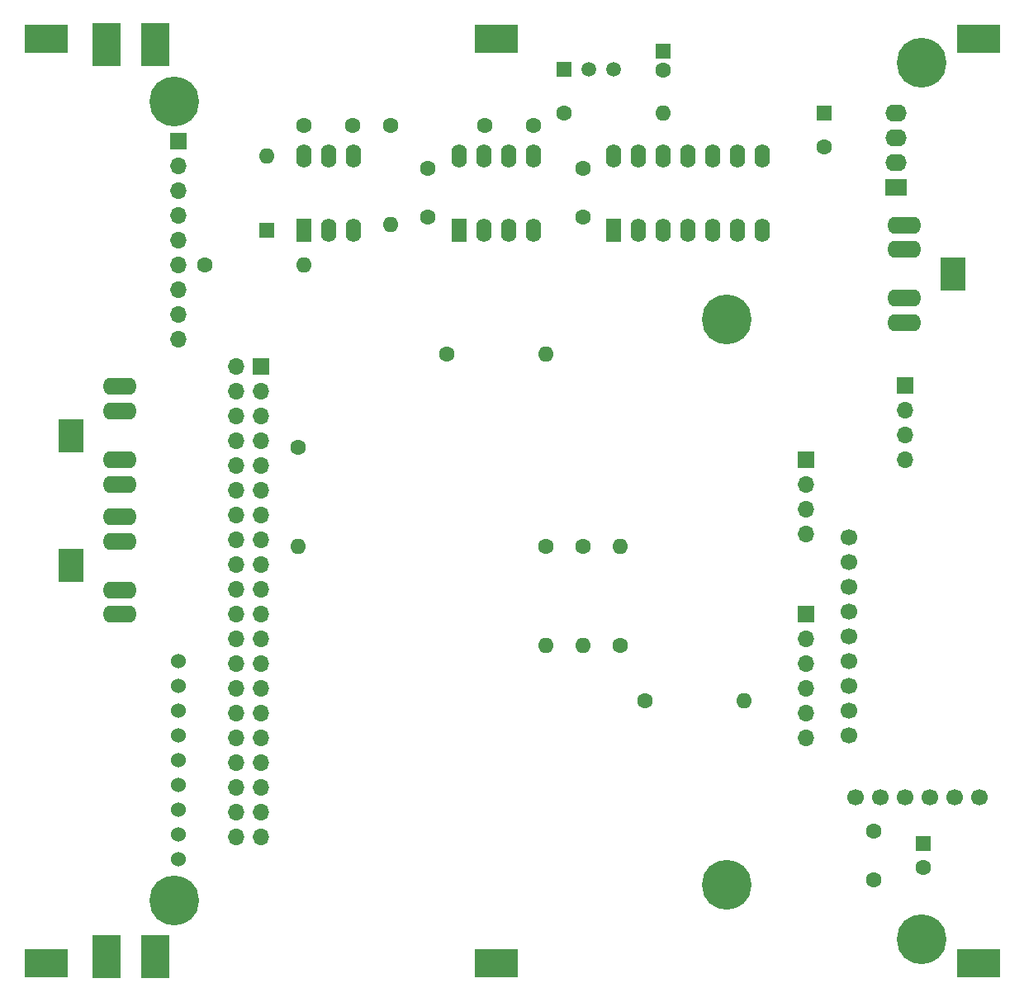
<source format=gbs>
G04 #@! TF.GenerationSoftware,KiCad,Pcbnew,(5.1.8)-1*
G04 #@! TF.CreationDate,2023-02-02T03:17:37+01:00*
G04 #@! TF.ProjectId,BulkyMIDI-32 Internal,42756c6b-794d-4494-9449-2d333220496e,rev?*
G04 #@! TF.SameCoordinates,Original*
G04 #@! TF.FileFunction,Soldermask,Bot*
G04 #@! TF.FilePolarity,Negative*
%FSLAX46Y46*%
G04 Gerber Fmt 4.6, Leading zero omitted, Abs format (unit mm)*
G04 Created by KiCad (PCBNEW (5.1.8)-1) date 2023-02-02 03:17:37*
%MOMM*%
%LPD*%
G01*
G04 APERTURE LIST*
%ADD10O,1.600000X1.600000*%
%ADD11C,1.600000*%
%ADD12O,1.700000X1.700000*%
%ADD13R,1.700000X1.700000*%
%ADD14C,5.100000*%
%ADD15C,1.700000*%
%ADD16C,1.524000*%
%ADD17R,2.200000X1.740000*%
%ADD18O,2.200000X1.740000*%
%ADD19R,1.600000X1.600000*%
%ADD20R,3.000000X4.400000*%
%ADD21R,4.400000X3.000000*%
%ADD22R,2.500000X3.500000*%
%ADD23O,3.500000X1.750000*%
%ADD24C,1.500000*%
%ADD25R,1.500000X1.500000*%
%ADD26R,1.600000X2.400000*%
%ADD27O,1.600000X2.400000*%
G04 APERTURE END LIST*
D10*
X155060000Y-86019000D03*
D11*
X144900000Y-86019000D03*
D10*
X167125000Y-61254000D03*
D11*
X156965000Y-61254000D03*
D10*
X158870000Y-115864000D03*
D11*
X158870000Y-105704000D03*
D12*
X123310000Y-92369000D03*
X125850000Y-89829000D03*
X125850000Y-105069000D03*
X123310000Y-105069000D03*
X123310000Y-89829000D03*
X125850000Y-92369000D03*
X123310000Y-87289000D03*
D13*
X125850000Y-87289000D03*
D12*
X125850000Y-115229000D03*
X123310000Y-115229000D03*
X125850000Y-99989000D03*
X123310000Y-99989000D03*
X125850000Y-120309000D03*
X123310000Y-120309000D03*
X125850000Y-102529000D03*
X123310000Y-102529000D03*
X125850000Y-97449000D03*
X123310000Y-97449000D03*
X125850000Y-110149000D03*
X123310000Y-110149000D03*
X125850000Y-133009000D03*
X123310000Y-133009000D03*
X125850000Y-127929000D03*
X123310000Y-127929000D03*
X125850000Y-130469000D03*
X123310000Y-130469000D03*
X125850000Y-107609000D03*
X123310000Y-107609000D03*
X125850000Y-125389000D03*
X123310000Y-125389000D03*
X125850000Y-94909000D03*
X123310000Y-94909000D03*
X125850000Y-122849000D03*
X123310000Y-122849000D03*
X125850000Y-112689000D03*
X123310000Y-112689000D03*
X125850000Y-117769000D03*
X123310000Y-117769000D03*
X125850000Y-135549000D03*
X123310000Y-135549000D03*
D14*
X173580000Y-140419000D03*
X173580000Y-82419000D03*
D10*
X162680000Y-105704000D03*
D11*
X162680000Y-115864000D03*
D10*
X175380000Y-121579000D03*
D11*
X165220000Y-121579000D03*
D10*
X139185000Y-72684000D03*
D11*
X139185000Y-62524000D03*
D10*
X130295000Y-76865000D03*
D11*
X120135000Y-76865000D03*
D10*
X129660000Y-105704000D03*
D11*
X129660000Y-95544000D03*
D10*
X155060000Y-115864000D03*
D11*
X155060000Y-105704000D03*
D15*
X199510000Y-131439000D03*
X196970000Y-131439000D03*
X194430000Y-131439000D03*
X191890000Y-131439000D03*
X189350000Y-131439000D03*
X186810000Y-131439000D03*
X186175000Y-104769000D03*
X186175000Y-107309000D03*
X186175000Y-109849000D03*
X186175000Y-112389000D03*
X186175000Y-114929000D03*
X186175000Y-117469000D03*
X186175000Y-120009000D03*
X186175000Y-122549000D03*
X186175000Y-125089000D03*
D16*
X117391800Y-137825000D03*
X117391800Y-135285000D03*
X117391800Y-132745000D03*
X117391800Y-130205000D03*
X117391800Y-127665000D03*
X117391800Y-125125000D03*
X117391800Y-122585000D03*
X117391800Y-120045000D03*
X117391800Y-117505000D03*
D12*
X117391800Y-84485000D03*
X117391800Y-81945000D03*
X117391800Y-79405000D03*
X117391800Y-76865000D03*
X117391800Y-74325000D03*
D13*
X117391800Y-64165000D03*
D12*
X117391800Y-66705000D03*
X117391800Y-69245000D03*
X117391800Y-71785000D03*
D14*
X116960000Y-60100000D03*
X116960000Y-142000000D03*
X193600000Y-146000000D03*
X193600000Y-56100000D03*
D17*
X191001000Y-68874000D03*
D18*
X191001000Y-66334000D03*
X191001000Y-63794000D03*
X191001000Y-61254000D03*
D11*
X130295000Y-62524000D03*
X135295000Y-62524000D03*
X188715000Y-134914000D03*
X188715000Y-139914000D03*
D19*
X193795000Y-136184000D03*
D11*
X193795000Y-138684000D03*
D19*
X183635000Y-61254000D03*
D11*
X183635000Y-64754000D03*
D19*
X126485000Y-73319000D03*
D10*
X126485000Y-65699000D03*
D12*
X191890000Y-96814000D03*
X191890000Y-94274000D03*
X191890000Y-91734000D03*
D13*
X191890000Y-89194000D03*
D20*
X110000400Y-54284400D03*
D21*
X150000000Y-53624000D03*
D20*
X115004200Y-147807200D03*
X110000400Y-147807200D03*
D21*
X103802800Y-148493000D03*
D20*
X115004200Y-54284400D03*
D21*
X199408400Y-53624000D03*
X199408400Y-148493000D03*
X150000000Y-148493000D03*
X103802800Y-53624000D03*
D13*
X181730000Y-112689000D03*
D12*
X181730000Y-115229000D03*
X181730000Y-117769000D03*
X181730000Y-120309000D03*
X181730000Y-122849000D03*
X181730000Y-125389000D03*
D22*
X106353001Y-94335000D03*
D23*
X111359001Y-89335000D03*
X111359001Y-99335000D03*
X111359001Y-91835000D03*
X111359001Y-96835000D03*
X191840999Y-75264000D03*
X191840999Y-80264000D03*
X191840999Y-72764000D03*
X191840999Y-82764000D03*
D22*
X196846999Y-77764000D03*
X106353001Y-107675000D03*
D23*
X111359001Y-102675000D03*
X111359001Y-112675000D03*
X111359001Y-105175000D03*
X111359001Y-110175000D03*
D11*
X158870000Y-66969000D03*
X158870000Y-71969000D03*
D13*
X181730000Y-96814000D03*
D12*
X181730000Y-99354000D03*
X181730000Y-101894000D03*
X181730000Y-104434000D03*
D19*
X167125000Y-54904000D03*
D11*
X167125000Y-56904000D03*
X148790000Y-62524000D03*
X153790000Y-62524000D03*
X142995000Y-71969000D03*
X142995000Y-66969000D03*
D24*
X159505000Y-56809000D03*
X162045000Y-56809000D03*
D25*
X156965000Y-56809000D03*
D26*
X146170000Y-73319000D03*
D27*
X153790000Y-65699000D03*
X148710000Y-73319000D03*
X151250000Y-65699000D03*
X151250000Y-73319000D03*
X148710000Y-65699000D03*
X153790000Y-73319000D03*
X146170000Y-65699000D03*
D26*
X130295000Y-73319000D03*
D27*
X135375000Y-65699000D03*
X132835000Y-73319000D03*
X132835000Y-65699000D03*
X135375000Y-73319000D03*
X130295000Y-65699000D03*
D26*
X162045000Y-73319000D03*
D27*
X177285000Y-65699000D03*
X164585000Y-73319000D03*
X174745000Y-65699000D03*
X167125000Y-73319000D03*
X172205000Y-65699000D03*
X169665000Y-73319000D03*
X169665000Y-65699000D03*
X172205000Y-73319000D03*
X167125000Y-65699000D03*
X174745000Y-73319000D03*
X164585000Y-65699000D03*
X177285000Y-73319000D03*
X162045000Y-65699000D03*
M02*

</source>
